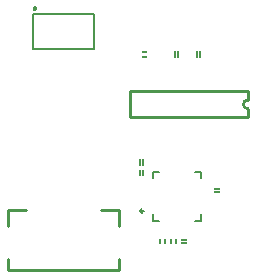
<source format=gbo>
G04*
G04 #@! TF.GenerationSoftware,Altium Limited,Altium Designer,21.9.2 (33)*
G04*
G04 Layer_Color=32896*
%FSLAX25Y25*%
%MOIN*%
G70*
G04*
G04 #@! TF.SameCoordinates,6337DD35-F76D-4253-AB87-260676900378*
G04*
G04*
G04 #@! TF.FilePolarity,Positive*
G04*
G01*
G75*
%ADD10C,0.01000*%
%ADD11C,0.00100*%
%ADD12C,0.00787*%
%ADD45C,0.01500*%
%ADD55C,0.00984*%
%ADD56C,0.00500*%
G36*
X27650Y71100D02*
X26350D01*
Y71450D01*
X27650D01*
Y71100D01*
D02*
G37*
G36*
X45650Y69600D02*
X45300D01*
Y71400D01*
X45650D01*
Y69600D01*
D02*
G37*
G36*
X44700D02*
X44350D01*
Y71400D01*
X44700D01*
Y69600D01*
D02*
G37*
G36*
X38150D02*
X37800D01*
Y71400D01*
X38150D01*
Y69600D01*
D02*
G37*
G36*
X37200D02*
X36850D01*
Y71400D01*
X37200D01*
Y69600D01*
D02*
G37*
G36*
X27650Y69550D02*
X26350D01*
X26350Y69900D01*
X27650D01*
X27650Y69550D01*
D02*
G37*
G36*
X26650Y33600D02*
X26300D01*
Y35400D01*
X26650D01*
Y33600D01*
D02*
G37*
G36*
X25700D02*
X25350D01*
Y35400D01*
X25700D01*
Y33600D01*
D02*
G37*
G36*
X26650Y30100D02*
X26300D01*
Y31900D01*
X26650D01*
Y30100D01*
D02*
G37*
G36*
X25700D02*
X25350D01*
Y31900D01*
X25700D01*
Y30100D01*
D02*
G37*
G36*
X51900Y25300D02*
X50100D01*
Y25650D01*
X51900D01*
Y25300D01*
D02*
G37*
G36*
Y24350D02*
X50100D01*
Y24700D01*
X51900D01*
Y24350D01*
D02*
G37*
G36*
X40900Y8300D02*
X39100D01*
Y8650D01*
X40900D01*
Y8300D01*
D02*
G37*
G36*
Y7350D02*
X39100D01*
Y7700D01*
X40900D01*
Y7350D01*
D02*
G37*
G36*
X37450D02*
X37100Y7350D01*
Y8650D01*
X37450Y8650D01*
Y7350D01*
D02*
G37*
G36*
X35900D02*
X35550D01*
Y8650D01*
X35900D01*
Y7350D01*
D02*
G37*
G36*
X33950D02*
X33600Y7350D01*
Y8650D01*
X33950Y8650D01*
Y7350D01*
D02*
G37*
G36*
X32400D02*
X32050D01*
Y8650D01*
X32400D01*
Y7350D01*
D02*
G37*
D10*
X61485Y55145D02*
G03*
X61485Y52255I0J-1445D01*
G01*
X22115Y58031D02*
X61485D01*
X22115Y49369D02*
X61485D01*
X22115D02*
Y58031D01*
X61485Y55145D02*
Y58031D01*
Y49369D02*
Y52255D01*
X18563Y-1500D02*
Y2000D01*
X-18500Y-1500D02*
X18500D01*
X12563Y18500D02*
X18563D01*
Y13000D02*
Y18500D01*
X-18563D02*
X-12563D01*
X-18563Y13000D02*
Y18500D01*
Y-1500D02*
Y2000D01*
D11*
X36850Y69600D02*
X37200D01*
X36850Y71400D02*
X37200D01*
Y69600D02*
Y71400D01*
X36850Y69600D02*
Y71400D01*
X38150Y69600D02*
Y71400D01*
X37800Y69600D02*
Y71400D01*
Y69600D02*
X38150D01*
X37800Y71400D02*
X38150D01*
X26350Y71450D02*
X27650D01*
X26350Y71100D02*
Y71450D01*
Y71100D02*
X27650D01*
Y71450D01*
X26350Y69550D02*
X26350Y69900D01*
X27650D01*
X27650Y69550D01*
X26350D02*
X27650D01*
X45300Y71400D02*
X45650D01*
X45300Y69600D02*
X45650D01*
X45300D02*
Y71400D01*
X45650Y69600D02*
Y71400D01*
X44350Y69600D02*
Y71400D01*
X44700Y69600D02*
Y71400D01*
X44350D02*
X44700D01*
X44350Y69600D02*
X44700D01*
X50100Y25300D02*
Y25650D01*
X51900Y25300D02*
Y25650D01*
X50100Y25300D02*
X51900D01*
X50100Y25650D02*
X51900D01*
X50100Y24350D02*
X51900D01*
X50100Y24700D02*
X51900D01*
X50100Y24350D02*
Y24700D01*
X51900Y24350D02*
Y24700D01*
X25350Y30100D02*
X25700D01*
X25350Y31900D02*
X25700D01*
Y30100D02*
Y31900D01*
X25350Y30100D02*
Y31900D01*
X26650Y30100D02*
Y31900D01*
X26300Y30100D02*
Y31900D01*
Y30100D02*
X26650D01*
X26300Y31900D02*
X26650D01*
X25350Y33600D02*
X25700D01*
X25350Y35400D02*
X25700D01*
Y33600D02*
Y35400D01*
X25350Y33600D02*
Y35400D01*
X26650Y33600D02*
Y35400D01*
X26300Y33600D02*
Y35400D01*
Y33600D02*
X26650D01*
X26300Y35400D02*
X26650D01*
X39100Y8300D02*
Y8650D01*
X40900Y8300D02*
Y8650D01*
X39100Y8300D02*
X40900D01*
X39100Y8650D02*
X40900D01*
X39100Y7350D02*
X40900D01*
X39100Y7700D02*
X40900D01*
X39100Y7350D02*
Y7700D01*
X40900Y7350D02*
Y7700D01*
X32050Y7350D02*
Y8650D01*
Y7350D02*
X32400D01*
Y8650D01*
X32050D02*
X32400D01*
X33600Y7350D02*
X33950Y7350D01*
X33600Y7350D02*
Y8650D01*
X33950Y8650D01*
Y7350D02*
Y8650D01*
X35550Y7350D02*
Y8650D01*
Y7350D02*
X35900D01*
Y8650D01*
X35550D02*
X35900D01*
X37100Y7350D02*
X37450Y7350D01*
X37100Y7350D02*
Y8650D01*
X37450Y8650D01*
Y7350D02*
Y8650D01*
D12*
X29929Y14929D02*
Y16996D01*
Y14929D02*
X31996D01*
X44004D02*
X46071D01*
Y16996D01*
Y29004D02*
Y31071D01*
X44004D02*
X46071D01*
X29929D02*
X31996D01*
X29929Y29004D02*
Y31071D01*
D45*
X-9434Y85587D02*
G03*
X-9434Y85587I-90J0D01*
G01*
D55*
X26681Y18079D02*
G03*
X26681Y18079I-492J0D01*
G01*
D56*
X-10236Y72095D02*
Y83906D01*
Y72095D02*
X10236D01*
Y83906D01*
X-10236D02*
X10236D01*
M02*

</source>
